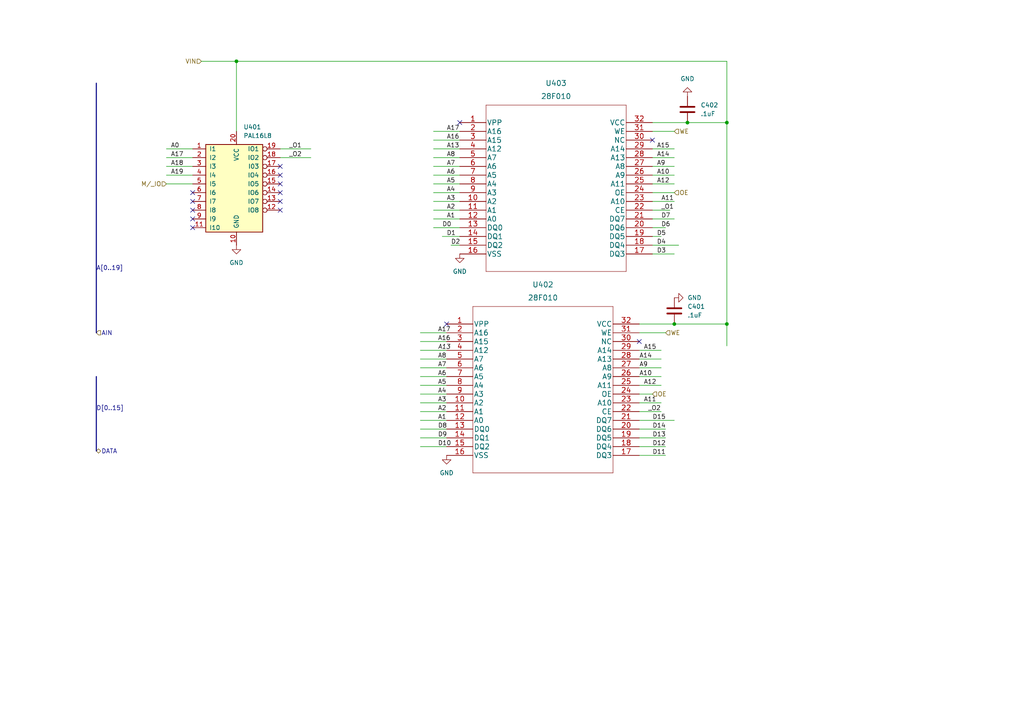
<source format=kicad_sch>
(kicad_sch (version 20211123) (generator eeschema)
  (paper "A4")
  (lib_symbols
    (symbol "28F010:28F010" (pin_names (offset 0.254))
      (property "Reference" "U" (at 27.94 10.16 0))
      (property "Value" "28F010" (at 27.94 7.62 0))
      (symbol "28F010_1_1"
        (polyline (pts (xy 7.62 -43.18) (xy 48.26 -43.18)) (stroke (width 0.127)))
        (polyline (pts (xy 7.62 5.08) (xy 7.62 -43.18)) (stroke (width 0.127)))
        (polyline (pts (xy 48.26 -43.18) (xy 48.26 5.08)) (stroke (width 0.127)))
        (polyline (pts (xy 48.26 5.08) (xy 7.62 5.08)) (stroke (width 0.127)))
        (pin power_in line (at 0 0 0) (length 7.62) (name "VPP") (number "1"))
        (pin input line (at 0 -22.86 0) (length 7.62) (name "A2") (number "10"))
        (pin input line (at 0 -25.4 0) (length 7.62) (name "A1") (number "11"))
        (pin input line (at 0 -27.94 0) (length 7.62) (name "A0") (number "12"))
        (pin bidirectional line (at 0 -30.48 0) (length 7.62) (name "DQ0") (number "13"))
        (pin bidirectional line (at 0 -33.02 0) (length 7.62) (name "DQ1") (number "14"))
        (pin bidirectional line (at 0 -35.56 0) (length 7.62) (name "DQ2") (number "15"))
        (pin power_in line (at 0 -38.1 0) (length 7.62) (name "VSS") (number "16"))
        (pin bidirectional line (at 55.88 -38.1 180) (length 7.62) (name "DQ3") (number "17"))
        (pin bidirectional line (at 55.88 -35.56 180) (length 7.62) (name "DQ4") (number "18"))
        (pin bidirectional line (at 55.88 -33.02 180) (length 7.62) (name "DQ5") (number "19"))
        (pin input line (at 0 -2.54 0) (length 7.62) (name "A16") (number "2"))
        (pin bidirectional line (at 55.88 -30.48 180) (length 7.62) (name "DQ6") (number "20"))
        (pin bidirectional line (at 55.88 -27.94 180) (length 7.62) (name "DQ7") (number "21"))
        (pin input line (at 55.88 -25.4 180) (length 7.62) (name "CE") (number "22"))
        (pin input line (at 55.88 -22.86 180) (length 7.62) (name "A10") (number "23"))
        (pin input line (at 55.88 -20.32 180) (length 7.62) (name "OE") (number "24"))
        (pin input line (at 55.88 -17.78 180) (length 7.62) (name "A11") (number "25"))
        (pin input line (at 55.88 -15.24 180) (length 7.62) (name "A9") (number "26"))
        (pin input line (at 55.88 -12.7 180) (length 7.62) (name "A8") (number "27"))
        (pin input line (at 55.88 -10.16 180) (length 7.62) (name "A13") (number "28"))
        (pin input line (at 55.88 -7.62 180) (length 7.62) (name "A14") (number "29"))
        (pin input line (at 0 -5.08 0) (length 7.62) (name "A15") (number "3"))
        (pin unspecified line (at 55.88 -5.08 180) (length 7.62) (name "NC") (number "30"))
        (pin input line (at 55.88 -2.54 180) (length 7.62) (name "WE") (number "31"))
        (pin power_in line (at 55.88 0 180) (length 7.62) (name "VCC") (number "32"))
        (pin input line (at 0 -7.62 0) (length 7.62) (name "A12") (number "4"))
        (pin input line (at 0 -10.16 0) (length 7.62) (name "A7") (number "5"))
        (pin input line (at 0 -12.7 0) (length 7.62) (name "A6") (number "6"))
        (pin input line (at 0 -15.24 0) (length 7.62) (name "A5") (number "7"))
        (pin input line (at 0 -17.78 0) (length 7.62) (name "A4") (number "8"))
        (pin input line (at 0 -20.32 0) (length 7.62) (name "A3") (number "9"))
      )
    )
    (symbol "Device:C" (pin_numbers hide) (pin_names (offset 0.254))
      (property "Reference" "C" (at 0.635 2.54 0))
      (property "Value" "C" (at 0.635 -2.54 0))
      (symbol "C_0_1"
        (polyline (pts (xy -2.032 -0.762) (xy 2.032 -0.762)) (stroke (width 0.508)))
        (polyline (pts (xy -2.032 0.762) (xy 2.032 0.762)) (stroke (width 0.508)))
      )
      (symbol "C_1_1"
        (pin passive line (at 0 3.81 270) (length 2.794) (name "~") (number "1"))
        (pin passive line (at 0 -3.81 90) (length 2.794) (name "~") (number "2"))
      )
    )
    (symbol "Logic_Programmable:PAL16L8" (pin_names (offset 1.016))
      (property "Reference" "U" (at -8.89 16.51 0))
      (property "Value" "PAL16L8" (at 1.27 16.51 0))
      (symbol "PAL16L8_0_0"
        (pin power_in line (at 0 -15.24 90) (length 3.81) (name "GND") (number "10"))
        (pin power_in line (at 0 17.78 270) (length 3.81) (name "VCC") (number "20"))
      )
      (symbol "PAL16L8_0_1"
        (rectangle (start -8.89 13.97) (end 7.62 -11.43) (stroke (width 0.254)) (fill (type background)))
      )
      (symbol "PAL16L8_1_1"
        (pin input line (at -12.7 12.7 0) (length 3.81) (name "I1") (number "1"))
        (pin input line (at -12.7 -10.16 0) (length 3.81) (name "I10") (number "11"))
        (pin tri_state inverted (at 12.7 -5.08 180) (length 5.08) (name "IO8") (number "12"))
        (pin tri_state inverted (at 12.7 -2.54 180) (length 5.08) (name "IO7") (number "13"))
        (pin tri_state inverted (at 12.7 0 180) (length 5.08) (name "IO6") (number "14"))
        (pin tri_state inverted (at 12.7 2.54 180) (length 5.08) (name "IO5") (number "15"))
        (pin tri_state inverted (at 12.7 5.08 180) (length 5.08) (name "IO4") (number "16"))
        (pin tri_state inverted (at 12.7 7.62 180) (length 5.08) (name "I03") (number "17"))
        (pin tri_state inverted (at 12.7 10.16 180) (length 5.08) (name "IO2") (number "18"))
        (pin tri_state inverted (at 12.7 12.7 180) (length 5.08) (name "IO1") (number "19"))
        (pin input line (at -12.7 10.16 0) (length 3.81) (name "I2") (number "2"))
        (pin input line (at -12.7 7.62 0) (length 3.81) (name "I3") (number "3"))
        (pin input line (at -12.7 5.08 0) (length 3.81) (name "I4") (number "4"))
        (pin input line (at -12.7 2.54 0) (length 3.81) (name "I5") (number "5"))
        (pin input line (at -12.7 0 0) (length 3.81) (name "I6") (number "6"))
        (pin input line (at -12.7 -2.54 0) (length 3.81) (name "I7") (number "7"))
        (pin input line (at -12.7 -5.08 0) (length 3.81) (name "I8") (number "8"))
        (pin input line (at -12.7 -7.62 0) (length 3.81) (name "I9") (number "9"))
      )
    )
    (symbol "power:GND" (power) (pin_names (offset 0))
      (property "Value" "GND" (at 0 -3.81 0))
      (symbol "GND_0_1"
        (polyline (pts (xy 0 0) (xy 0 -1.27) (xy 1.27 -1.27) (xy 0 -2.54) (xy -1.27 -1.27) (xy 0 -1.27)))
      )
      (symbol "GND_1_1"
        (pin power_in line (at 0 0 270) (length 0) hide (name "GND") (number "1"))
      )
    )
  )
  (junction (at 199.39 35.56))
  (junction (at 195.58 93.98))
  (junction (at 68.58 17.78))
  (junction (at 210.82 35.56))
  (junction (at 210.82 93.98))
  (no_connect (at 133.35 35.56))
  (no_connect (at 129.54 93.98))
  (no_connect (at 55.88 55.88))
  (no_connect (at 55.88 58.42))
  (no_connect (at 55.88 63.5))
  (no_connect (at 55.88 66.04))
  (no_connect (at 55.88 60.96))
  (no_connect (at 81.28 60.96))
  (no_connect (at 81.28 58.42))
  (no_connect (at 81.28 55.88))
  (no_connect (at 81.28 53.34))
  (no_connect (at 81.28 50.8))
  (no_connect (at 81.28 48.26))
  (no_connect (at 189.23 40.64))
  (no_connect (at 185.42 99.06))
  (wire (pts (xy 125.73 55.88) (xy 133.35 55.88)))
  (wire (pts (xy 121.92 129.54) (xy 129.54 129.54)))
  (wire (pts (xy 189.23 53.34) (xy 195.58 53.34)))
  (wire (pts (xy 189.23 35.56) (xy 199.39 35.56)))
  (wire (pts (xy 125.73 58.42) (xy 133.35 58.42)))
  (wire (pts (xy 125.73 53.34) (xy 133.35 53.34)))
  (wire (pts (xy 68.58 17.78) (xy 68.58 38.1)))
  (wire (pts (xy 125.73 63.5) (xy 133.35 63.5)))
  (wire (pts (xy 121.92 114.3) (xy 129.54 114.3)))
  (wire (pts (xy 185.42 121.92) (xy 195.58 121.92)))
  (wire (pts (xy 48.26 53.34) (xy 55.88 53.34)))
  (wire (pts (xy 185.42 127) (xy 193.04 127)))
  (wire (pts (xy 189.23 63.5) (xy 195.58 63.5)))
  (wire (pts (xy 121.92 116.84) (xy 129.54 116.84)))
  (wire (pts (xy 48.26 45.72) (xy 55.88 45.72)))
  (wire (pts (xy 133.35 68.58) (xy 128.27 68.58)))
  (wire (pts (xy 185.42 114.3) (xy 189.23 114.3)))
  (wire (pts (xy 185.42 106.68) (xy 191.77 106.68)))
  (wire (pts (xy 58.42 17.78) (xy 68.58 17.78)))
  (wire (pts (xy 125.73 50.8) (xy 133.35 50.8)))
  (wire (pts (xy 81.28 43.18) (xy 90.17 43.18)))
  (wire (pts (xy 189.23 58.42) (xy 195.58 58.42)))
  (wire (pts (xy 121.92 101.6) (xy 129.54 101.6)))
  (wire (pts (xy 125.73 40.64) (xy 133.35 40.64)))
  (wire (pts (xy 189.23 38.1) (xy 195.58 38.1)))
  (wire (pts (xy 121.92 119.38) (xy 129.54 119.38)))
  (wire (pts (xy 185.42 109.22) (xy 191.77 109.22)))
  (wire (pts (xy 189.23 71.12) (xy 196.85 71.12)))
  (wire (pts (xy 189.23 66.04) (xy 193.04 66.04)))
  (wire (pts (xy 81.28 45.72) (xy 90.17 45.72)))
  (wire (pts (xy 125.73 48.26) (xy 133.35 48.26)))
  (wire (pts (xy 121.92 109.22) (xy 129.54 109.22)))
  (wire (pts (xy 185.42 101.6) (xy 191.77 101.6)))
  (wire (pts (xy 185.42 119.38) (xy 191.77 119.38)))
  (wire (pts (xy 121.92 111.76) (xy 129.54 111.76)))
  (wire (pts (xy 185.42 132.08) (xy 193.04 132.08)))
  (wire (pts (xy 121.92 127) (xy 129.54 127)))
  (wire (pts (xy 121.92 121.92) (xy 129.54 121.92)))
  (wire (pts (xy 210.82 35.56) (xy 210.82 93.98)))
  (bus (pts (xy 27.94 24.13) (xy 27.94 96.52)))
  (wire (pts (xy 121.92 124.46) (xy 129.54 124.46)))
  (wire (pts (xy 185.42 129.54) (xy 193.04 129.54)))
  (wire (pts (xy 189.23 45.72) (xy 195.58 45.72)))
  (wire (pts (xy 125.73 43.18) (xy 133.35 43.18)))
  (wire (pts (xy 185.42 96.52) (xy 193.04 96.52)))
  (wire (pts (xy 121.92 96.52) (xy 129.54 96.52)))
  (wire (pts (xy 121.92 106.68) (xy 129.54 106.68)))
  (wire (pts (xy 189.23 48.26) (xy 195.58 48.26)))
  (wire (pts (xy 121.92 99.06) (xy 129.54 99.06)))
  (wire (pts (xy 185.42 111.76) (xy 191.77 111.76)))
  (wire (pts (xy 210.82 93.98) (xy 210.82 100.33)))
  (wire (pts (xy 125.73 60.96) (xy 133.35 60.96)))
  (wire (pts (xy 68.58 17.78) (xy 210.82 17.78)))
  (wire (pts (xy 195.58 93.98) (xy 210.82 93.98)))
  (wire (pts (xy 185.42 104.14) (xy 191.77 104.14)))
  (wire (pts (xy 48.26 48.26) (xy 55.88 48.26)))
  (wire (pts (xy 125.73 45.72) (xy 133.35 45.72)))
  (wire (pts (xy 185.42 124.46) (xy 193.04 124.46)))
  (wire (pts (xy 48.26 43.18) (xy 55.88 43.18)))
  (bus (pts (xy 27.94 109.22) (xy 27.94 130.81)))
  (wire (pts (xy 185.42 93.98) (xy 195.58 93.98)))
  (wire (pts (xy 210.82 17.78) (xy 210.82 35.56)))
  (wire (pts (xy 189.23 68.58) (xy 191.77 68.58)))
  (wire (pts (xy 189.23 60.96) (xy 194.31 60.96)))
  (wire (pts (xy 189.23 73.66) (xy 195.58 73.66)))
  (wire (pts (xy 133.35 71.12) (xy 130.81 71.12)))
  (wire (pts (xy 133.35 66.04) (xy 125.73 66.04)))
  (wire (pts (xy 121.92 104.14) (xy 129.54 104.14)))
  (wire (pts (xy 189.23 43.18) (xy 195.58 43.18)))
  (wire (pts (xy 189.23 55.88) (xy 195.58 55.88)))
  (wire (pts (xy 185.42 116.84) (xy 191.77 116.84)))
  (wire (pts (xy 125.73 38.1) (xy 133.35 38.1)))
  (wire (pts (xy 48.26 50.8) (xy 55.88 50.8)))
  (wire (pts (xy 199.39 35.56) (xy 210.82 35.56)))
  (wire (pts (xy 189.23 50.8) (xy 195.58 50.8)))
  (label "A7" (at 129.54 48.26 0))
  (label "A16" (at 127 99.06 0))
  (label "D0" (at 128.27 66.04 0))
  (label "D7" (at 191.77 63.5 0))
  (label "D13" (at 189.23 127 0))
  (label "A16" (at 129.54 40.64 0))
  (label "A13" (at 129.54 43.18 0))
  (label "D2" (at 130.81 71.12 0))
  (label "D5" (at 190.5 68.58 0))
  (label "A14" (at 185.42 104.14 0))
  (label "A9" (at 185.42 106.68 0))
  (label "A17" (at 127 96.52 0))
  (label "A2" (at 129.54 60.96 0))
  (label "A8" (at 127 104.14 0))
  (label "A4" (at 129.54 55.88 0))
  (label "A5" (at 127 111.76 0))
  (label "A11" (at 186.69 116.84 0))
  (label "D6" (at 191.77 66.04 0))
  (label "_O1" (at 83.82 43.18 0))
  (label "D9" (at 127 127 0))
  (label "D1" (at 129.54 68.58 0))
  (label "A1" (at 129.54 63.5 0))
  (label "A7" (at 127 106.68 0))
  (label "D8" (at 127 124.46 0))
  (label "D[0..15]" (at 27.94 119.38 0))
  (label "A6" (at 129.54 50.8 0))
  (label "D10" (at 127 129.54 0))
  (label "A18" (at 49.53 48.26 0))
  (label "A10" (at 185.42 109.22 0))
  (label "A13" (at 127 101.6 0) (effects (font italic)))
  (label "A5" (at 129.54 53.34 0))
  (label "A3" (at 127 116.84 0))
  (label "A12" (at 190.5 53.34 0))
  (label "D15" (at 189.23 121.92 0))
  (label "D11" (at 189.23 132.08 0))
  (label "A11" (at 191.77 58.42 0))
  (label "_O2" (at 83.82 45.72 0))
  (label "A14" (at 190.5 45.72 0))
  (label "A3" (at 129.54 58.42 0))
  (label "A1" (at 127 121.92 0))
  (label "_O1" (at 191.77 60.96 0))
  (label "A19" (at 49.53 50.8 0))
  (label "A[0..19]" (at 27.94 78.74 0))
  (label "A12" (at 186.69 111.76 0))
  (label "A15" (at 186.69 101.6 0))
  (label "A15" (at 190.5 43.18 0))
  (label "D14" (at 189.23 124.46 0))
  (label "A2" (at 127 119.38 0))
  (label "A10" (at 190.5 50.8 0))
  (label "A6" (at 127 109.22 0))
  (label "A17" (at 49.53 45.72 0))
  (label "D4" (at 190.5 71.12 0))
  (label "A8" (at 129.54 45.72 0))
  (label "D3" (at 190.5 73.66 0))
  (label "A17" (at 129.54 38.1 0))
  (label "A9" (at 190.5 48.26 0))
  (label "_O2" (at 187.96 119.38 0))
  (label "A0" (at 49.53 43.18 0))
  (label "D12" (at 189.23 129.54 0))
  (label "A4" (at 127 114.3 0))
  (hierarchical_label "WE" (shape input) (at 195.58 38.1 0))
  (hierarchical_label "OE" (shape input) (at 189.23 114.3 0))
  (hierarchical_label "VIN" (shape input) (at 58.42 17.78 180))
  (hierarchical_label "DATA" (shape bidirectional) (at 27.94 130.81 0))
  (hierarchical_label "WE" (shape input) (at 193.04 96.52 0))
  (hierarchical_label "AIN" (shape input) (at 27.94 96.52 0))
  (hierarchical_label "OE" (shape input) (at 195.58 55.88 0))
  (hierarchical_label "M{slash}_IO" (shape input) (at 48.26 53.34 180))
  (symbol (lib_id "Logic_Programmable:PAL16L8") (at 68.58 55.88 0) (unit 1)
    (property "Reference" "U401" (at 70.5994 36.83 0) (effects (justify left)))
    (property "Value" "PAL16L8" (at 70.5994 39.37 0) (effects (justify left)))
  )
  (symbol (lib_id "power:GND") (at 199.39 27.94 180) (unit 1)
    (property "Reference" "#PWR0405" (effects hide))
    (property "Value" "GND" (at 199.39 22.86 0))
  )
  (symbol (lib_id "power:GND") (at 195.58 86.36 90) (unit 1)
    (property "Reference" "#PWR0404" (effects hide))
    (property "Value" "GND" (at 199.39 86.3599 90) (effects (justify right)))
  )
  (symbol (lib_id "power:GND") (at 68.58 71.12 0) (unit 1)
    (property "Reference" "#PWR0401" (effects hide))
    (property "Value" "GND" (at 68.58 76.2 0))
  )
  (symbol (lib_id "28F010:28F010") (at 133.35 35.56 0) (unit 1)
    (property "Reference" "U403" (at 161.29 24.13 0) (effects (font (size 1.524 1.524))))
    (property "Value" "28F010" (at 161.29 27.94 0) (effects (font (size 1.524 1.524))))
    (property "Footprint" "28F010" (effects hide))
  )
  (symbol (lib_id "Device:C") (at 195.58 90.17 0) (unit 1)
    (property "Reference" "C401" (at 199.39 88.8999 0) (effects (justify left)))
    (property "Value" ".1uF" (at 199.39 91.4399 0) (effects (justify left)))
    (property "Footprint" "Capacitor_SMD:CP_Elec_3x5.3" (effects hide))
  )
  (symbol (lib_id "power:GND") (at 133.35 73.66 0) (unit 1)
    (property "Reference" "#PWR0403" (effects hide))
    (property "Value" "GND" (at 133.35 78.74 0))
  )
  (symbol (lib_id "power:GND") (at 129.54 132.08 0) (unit 1)
    (property "Reference" "#PWR0402" (effects hide))
    (property "Value" "GND" (at 129.54 137.16 0))
  )
  (symbol (lib_id "Device:C") (at 199.39 31.75 180) (unit 1)
    (property "Reference" "C402" (at 203.2 30.4799 0) (effects (justify right)))
    (property "Value" ".1uF" (at 203.2 33.0199 0) (effects (justify right)))
    (property "Footprint" "Capacitor_SMD:CP_Elec_3x5.3" (effects hide))
  )
  (symbol (lib_id "28F010:28F010") (at 129.54 93.98 0) (unit 1)
    (property "Reference" "U402" (at 157.48 82.55 0) (effects (font (size 1.524 1.524))))
    (property "Value" "28F010" (at 157.48 86.36 0) (effects (font (size 1.524 1.524))))
    (property "Footprint" "28F010" (effects hide))
  )
)
</source>
